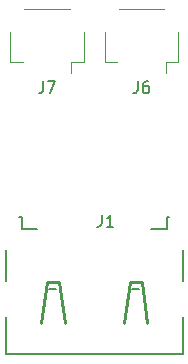
<source format=gbr>
%TF.GenerationSoftware,KiCad,Pcbnew,(6.0.6)*%
%TF.CreationDate,2022-06-22T16:25:05-06:00*%
%TF.ProjectId,15Pin_Fanout_Diodes,31355069-6e5f-4466-916e-6f75745f4469,rev?*%
%TF.SameCoordinates,Original*%
%TF.FileFunction,Legend,Top*%
%TF.FilePolarity,Positive*%
%FSLAX46Y46*%
G04 Gerber Fmt 4.6, Leading zero omitted, Abs format (unit mm)*
G04 Created by KiCad (PCBNEW (6.0.6)) date 2022-06-22 16:25:05*
%MOMM*%
%LPD*%
G01*
G04 APERTURE LIST*
%ADD10C,0.150000*%
%ADD11C,0.120000*%
%ADD12C,0.254000*%
%ADD13C,0.200000*%
G04 APERTURE END LIST*
D10*
%TO.C,J6*%
X3666666Y15067619D02*
X3666666Y14353333D01*
X3619047Y14210476D01*
X3523809Y14115238D01*
X3380952Y14067619D01*
X3285714Y14067619D01*
X4571428Y15067619D02*
X4380952Y15067619D01*
X4285714Y15020000D01*
X4238095Y14972380D01*
X4142857Y14829523D01*
X4095238Y14639047D01*
X4095238Y14258095D01*
X4142857Y14162857D01*
X4190476Y14115238D01*
X4285714Y14067619D01*
X4476190Y14067619D01*
X4571428Y14115238D01*
X4619047Y14162857D01*
X4666666Y14258095D01*
X4666666Y14496190D01*
X4619047Y14591428D01*
X4571428Y14639047D01*
X4476190Y14686666D01*
X4285714Y14686666D01*
X4190476Y14639047D01*
X4142857Y14591428D01*
X4095238Y14496190D01*
%TO.C,J7*%
X-4333333Y15067619D02*
X-4333333Y14353333D01*
X-4380952Y14210476D01*
X-4476190Y14115238D01*
X-4619047Y14067619D01*
X-4714285Y14067619D01*
X-3952380Y15067619D02*
X-3285714Y15067619D01*
X-3714285Y14067619D01*
%TO.C,J1*%
X621309Y3754619D02*
X621309Y3040333D01*
X573690Y2897476D01*
X478452Y2802238D01*
X335595Y2754619D01*
X240357Y2754619D01*
X1621309Y2754619D02*
X1049880Y2754619D01*
X1335595Y2754619D02*
X1335595Y3754619D01*
X1240357Y3611761D01*
X1145119Y3516523D01*
X1049880Y3468904D01*
D11*
%TO.C,J6*%
X6060000Y16715000D02*
X6060000Y15725000D01*
X7110000Y19215000D02*
X7110000Y16715000D01*
X7110000Y16715000D02*
X6060000Y16715000D01*
X5940000Y21185000D02*
X2060000Y21185000D01*
X890000Y16715000D02*
X1940000Y16715000D01*
X890000Y19215000D02*
X890000Y16715000D01*
%TO.C,J7*%
X-7110000Y16715000D02*
X-6060000Y16715000D01*
X-1940000Y16715000D02*
X-1940000Y15725000D01*
X-890000Y16715000D02*
X-1940000Y16715000D01*
X-2060000Y21185000D02*
X-5940000Y21185000D01*
X-890000Y19215000D02*
X-890000Y16715000D01*
X-7110000Y19215000D02*
X-7110000Y16715000D01*
D12*
%TO.C,J1*%
X-3000000Y-1904000D02*
X-4000000Y-1904000D01*
D13*
X-7500000Y-1875000D02*
X-7500000Y743000D01*
X6080000Y2575000D02*
X6145000Y2575000D01*
X7500000Y-8036000D02*
X7500000Y-4917000D01*
X6080000Y2565000D02*
X6080000Y2575000D01*
X4830000Y2565000D02*
X6080000Y2565000D01*
X-7500000Y-8036000D02*
X-7500000Y-4917000D01*
X3200000Y-2504000D02*
X3800000Y-2504000D01*
D12*
X4000000Y-1904000D02*
X4500000Y-5404000D01*
D13*
X6145000Y3563000D02*
X6352000Y3563000D01*
X-3200000Y-2504000D02*
X-3800000Y-2504000D01*
X-6120000Y2592000D02*
X-4837000Y2592000D01*
D12*
X3000000Y-1904000D02*
X4000000Y-1904000D01*
D13*
X7500000Y-1876000D02*
X7500000Y743000D01*
D12*
X2500000Y-5404000D02*
X3000000Y-1904000D01*
D13*
X-6120000Y3545000D02*
X-6120000Y2592000D01*
X-7500000Y-8036000D02*
X7500000Y-8036000D01*
X6352000Y3563000D02*
X6352000Y3556000D01*
X6145000Y2575000D02*
X6145000Y3563000D01*
X-6107000Y3557000D02*
X-6107000Y3545000D01*
D12*
X-4000000Y-1904000D02*
X-4500000Y-5404000D01*
D13*
X-6107000Y3545000D02*
X-6120000Y3545000D01*
D12*
X-2500000Y-5404000D02*
X-3000000Y-1904000D01*
D13*
X-6350000Y3557000D02*
X-6107000Y3557000D01*
%TD*%
M02*

</source>
